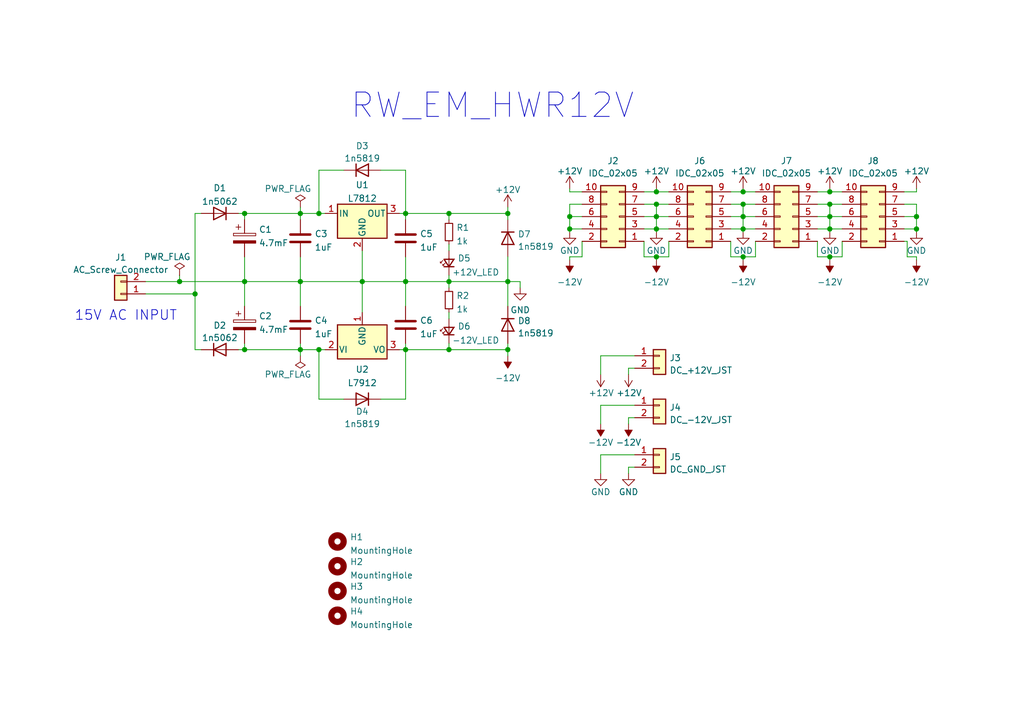
<source format=kicad_sch>
(kicad_sch (version 20211123) (generator eeschema)
  (paper "A5")
  (title_block (title "RW_EM_HWR12V") (date "2022-10-24") (rev "2022-10-24") (comment 1 "Licensed under CERN-OHL-S v2+") (comment 2 "https://github.com/sunfl0w/RW_EM"))
  (lib_symbols
    (symbol "Connector_Generic:Conn_01x02" (pin_names (offset 1.016) hide)
      (property "Reference" "J" (at 0 2.54 0))
      (property "Value" "Conn_01x02" (at 0 -5.08 0))
      (symbol "Conn_01x02_1_1"
        (rectangle (start -1.27 -2.413) (end 0 -2.667) (stroke (width 0.1524)))
        (rectangle (start -1.27 0.127) (end 0 -0.127) (stroke (width 0.1524)))
        (rectangle (start -1.27 1.27) (end 1.27 -3.81) (stroke (width 0.254)) (fill (type background)))
        (pin passive line (at -5.08 0 0) (length 3.81) (name "Pin_1") (number "1"))
        (pin passive line (at -5.08 -2.54 0) (length 3.81) (name "Pin_2") (number "2"))
      )
    )
    (symbol "Connector_Generic:Conn_02x05_Odd_Even" (pin_names (offset 1.016) hide)
      (property "Reference" "J" (at 1.27 7.62 0))
      (property "Value" "Conn_02x05_Odd_Even" (at 1.27 -7.62 0))
      (symbol "Conn_02x05_Odd_Even_1_1"
        (rectangle (start -1.27 -4.953) (end 0 -5.207) (stroke (width 0.1524)))
        (rectangle (start -1.27 -2.413) (end 0 -2.667) (stroke (width 0.1524)))
        (rectangle (start -1.27 0.127) (end 0 -0.127) (stroke (width 0.1524)))
        (rectangle (start -1.27 2.667) (end 0 2.413) (stroke (width 0.1524)))
        (rectangle (start -1.27 5.207) (end 0 4.953) (stroke (width 0.1524)))
        (rectangle (start -1.27 6.35) (end 3.81 -6.35) (stroke (width 0.254)) (fill (type background)))
        (rectangle (start 3.81 -4.953) (end 2.54 -5.207) (stroke (width 0.1524)))
        (rectangle (start 3.81 -2.413) (end 2.54 -2.667) (stroke (width 0.1524)))
        (rectangle (start 3.81 0.127) (end 2.54 -0.127) (stroke (width 0.1524)))
        (rectangle (start 3.81 2.667) (end 2.54 2.413) (stroke (width 0.1524)))
        (rectangle (start 3.81 5.207) (end 2.54 4.953) (stroke (width 0.1524)))
        (pin passive line (at -5.08 5.08 0) (length 3.81) (name "Pin_1") (number "1"))
        (pin passive line (at 7.62 -5.08 180) (length 3.81) (name "Pin_10") (number "10"))
        (pin passive line (at 7.62 5.08 180) (length 3.81) (name "Pin_2") (number "2"))
        (pin passive line (at -5.08 2.54 0) (length 3.81) (name "Pin_3") (number "3"))
        (pin passive line (at 7.62 2.54 180) (length 3.81) (name "Pin_4") (number "4"))
        (pin passive line (at -5.08 0 0) (length 3.81) (name "Pin_5") (number "5"))
        (pin passive line (at 7.62 0 180) (length 3.81) (name "Pin_6") (number "6"))
        (pin passive line (at -5.08 -2.54 0) (length 3.81) (name "Pin_7") (number "7"))
        (pin passive line (at 7.62 -2.54 180) (length 3.81) (name "Pin_8") (number "8"))
        (pin passive line (at -5.08 -5.08 0) (length 3.81) (name "Pin_9") (number "9"))
      )
    )
    (symbol "Device:C" (pin_numbers hide) (pin_names (offset 0.254))
      (property "Reference" "C" (at 0.635 2.54 0))
      (property "Value" "C" (at 0.635 -2.54 0))
      (symbol "C_0_1"
        (polyline (pts (xy -2.032 -0.762) (xy 2.032 -0.762)) (stroke (width 0.508)))
        (polyline (pts (xy -2.032 0.762) (xy 2.032 0.762)) (stroke (width 0.508)))
      )
      (symbol "C_1_1"
        (pin passive line (at 0 3.81 270) (length 2.794) (name "~") (number "1"))
        (pin passive line (at 0 -3.81 90) (length 2.794) (name "~") (number "2"))
      )
    )
    (symbol "Device:C_Polarized" (pin_numbers hide) (pin_names (offset 0.254))
      (property "Reference" "C" (at 0.635 2.54 0))
      (property "Value" "C_Polarized" (at 0.635 -2.54 0))
      (symbol "C_Polarized_0_1"
        (rectangle (start -2.286 0.508) (end 2.286 1.016))
        (polyline (pts (xy -1.778 2.286) (xy -0.762 2.286)))
        (polyline (pts (xy -1.27 2.794) (xy -1.27 1.778)))
        (rectangle (start 2.286 -0.508) (end -2.286 -1.016) (fill (type outline)))
      )
      (symbol "C_Polarized_1_1"
        (pin passive line (at 0 3.81 270) (length 2.794) (name "~") (number "1"))
        (pin passive line (at 0 -3.81 90) (length 2.794) (name "~") (number "2"))
      )
    )
    (symbol "Device:D" (pin_numbers hide) (pin_names (offset 1.016) hide)
      (property "Reference" "D" (at 0 2.54 0))
      (property "Value" "D" (at 0 -2.54 0))
      (symbol "D_0_1"
        (polyline (pts (xy -1.27 1.27) (xy -1.27 -1.27)) (stroke (width 0.254)))
        (polyline (pts (xy 1.27 0) (xy -1.27 0)))
        (polyline (pts (xy 1.27 1.27) (xy 1.27 -1.27) (xy -1.27 0) (xy 1.27 1.27)) (stroke (width 0.254)))
      )
      (symbol "D_1_1"
        (pin passive line (at -3.81 0 0) (length 2.54) (name "K") (number "1"))
        (pin passive line (at 3.81 0 180) (length 2.54) (name "A") (number "2"))
      )
    )
    (symbol "Device:LED_Small" (pin_numbers hide) (pin_names (offset 0.254) hide)
      (property "Reference" "D" (at -1.27 3.175 0))
      (property "Value" "LED_Small" (at -4.445 -2.54 0))
      (symbol "LED_Small_0_1"
        (polyline (pts (xy -0.762 -1.016) (xy -0.762 1.016)) (stroke (width 0.254)))
        (polyline (pts (xy 1.016 0) (xy -0.762 0)))
        (polyline (pts (xy 0.762 -1.016) (xy -0.762 0) (xy 0.762 1.016) (xy 0.762 -1.016)) (stroke (width 0.254)))
        (polyline (pts (xy 0 0.762) (xy -0.508 1.27) (xy -0.254 1.27) (xy -0.508 1.27) (xy -0.508 1.016)))
        (polyline (pts (xy 0.508 1.27) (xy 0 1.778) (xy 0.254 1.778) (xy 0 1.778) (xy 0 1.524)))
      )
      (symbol "LED_Small_1_1"
        (pin passive line (at -2.54 0 0) (length 1.778) (name "K") (number "1"))
        (pin passive line (at 2.54 0 180) (length 1.778) (name "A") (number "2"))
      )
    )
    (symbol "Device:R_Small" (pin_numbers hide) (pin_names (offset 0.254) hide)
      (property "Reference" "R" (at 0.762 0.508 0))
      (property "Value" "R_Small" (at 0.762 -1.016 0))
      (symbol "R_Small_0_1"
        (rectangle (start -0.762 1.778) (end 0.762 -1.778) (stroke (width 0.2032)))
      )
      (symbol "R_Small_1_1"
        (pin passive line (at 0 2.54 270) (length 0.762) (name "~") (number "1"))
        (pin passive line (at 0 -2.54 90) (length 0.762) (name "~") (number "2"))
      )
    )
    (symbol "Diode:1N4001" (pin_numbers hide) (pin_names (offset 1.016) hide)
      (property "Reference" "D" (at 0 2.54 0))
      (property "Value" "1N4001" (at 0 -2.54 0))
      (symbol "1N4001_0_1"
        (polyline (pts (xy -1.27 1.27) (xy -1.27 -1.27)) (stroke (width 0.254)))
        (polyline (pts (xy 1.27 0) (xy -1.27 0)))
        (polyline (pts (xy 1.27 1.27) (xy 1.27 -1.27) (xy -1.27 0) (xy 1.27 1.27)) (stroke (width 0.254)))
      )
      (symbol "1N4001_1_1"
        (pin passive line (at -3.81 0 0) (length 2.54) (name "K") (number "1"))
        (pin passive line (at 3.81 0 180) (length 2.54) (name "A") (number "2"))
      )
    )
    (symbol "Mechanical:MountingHole" (pin_names (offset 1.016))
      (property "Reference" "H" (at 0 5.08 0))
      (property "Value" "MountingHole" (at 0 3.175 0))
      (symbol "MountingHole_0_1"
        (circle (center 0 0) (radius 1.27) (stroke (width 1.27)))
      )
    )
    (symbol "Regulator_Linear:L7812" (pin_names (offset 0.254))
      (property "Reference" "U" (at -3.81 3.175 0))
      (property "Value" "L7812" (at 0 3.175 0))
      (symbol "L7812_0_1"
        (rectangle (start -5.08 1.905) (end 5.08 -5.08) (stroke (width 0.254)) (fill (type background)))
      )
      (symbol "L7812_1_1"
        (pin power_in line (at -7.62 0 0) (length 2.54) (name "IN") (number "1"))
        (pin power_in line (at 0 -7.62 90) (length 2.54) (name "GND") (number "2"))
        (pin power_out line (at 7.62 0 180) (length 2.54) (name "OUT") (number "3"))
      )
    )
    (symbol "Regulator_Linear:L7912" (pin_names (offset 0.254))
      (property "Reference" "U" (at -3.81 -3.175 0))
      (property "Value" "L7912" (at 0 -3.175 0))
      (symbol "L7912_0_1"
        (rectangle (start -5.08 5.08) (end 5.08 -1.905) (stroke (width 0.254)) (fill (type background)))
      )
      (symbol "L7912_1_1"
        (pin power_in line (at 0 7.62 270) (length 2.54) (name "GND") (number "1"))
        (pin power_in line (at -7.62 0 0) (length 2.54) (name "VI") (number "2"))
        (pin power_out line (at 7.62 0 180) (length 2.54) (name "VO") (number "3"))
      )
    )
    (symbol "power:+12V" (power) (pin_names (offset 0))
      (property "Value" "+12V" (at 0 3.556 0))
      (symbol "+12V_0_1"
        (polyline (pts (xy -0.762 1.27) (xy 0 2.54)))
        (polyline (pts (xy 0 0) (xy 0 2.54)))
        (polyline (pts (xy 0 2.54) (xy 0.762 1.27)))
      )
      (symbol "+12V_1_1"
        (pin power_in line (at 0 0 90) (length 0) hide (name "+12V") (number "1"))
      )
    )
    (symbol "power:-12V" (power) (pin_names (offset 0))
      (property "Value" "-12V" (at 0 3.81 0))
      (symbol "-12V_0_0"
        (pin power_in line (at 0 0 90) (length 0) hide (name "-12V") (number "1"))
      )
      (symbol "-12V_0_1"
        (polyline (pts (xy 0 0) (xy 0 1.27) (xy 0.762 1.27) (xy 0 2.54) (xy -0.762 1.27) (xy 0 1.27)) (fill (type outline)))
      )
    )
    (symbol "power:GND" (power) (pin_names (offset 0))
      (property "Value" "GND" (at 0 -3.81 0))
      (symbol "GND_0_1"
        (polyline (pts (xy 0 0) (xy 0 -1.27) (xy 1.27 -1.27) (xy 0 -2.54) (xy -1.27 -1.27) (xy 0 -1.27)))
      )
      (symbol "GND_1_1"
        (pin power_in line (at 0 0 270) (length 0) hide (name "GND") (number "1"))
      )
    )
    (symbol "power:PWR_FLAG" (power) (pin_numbers hide) (pin_names (offset 0) hide)
      (property "Value" "PWR_FLAG" (at 0 3.81 0))
      (symbol "PWR_FLAG_0_0"
        (pin power_out line (at 0 0 90) (length 0) (name "pwr") (number "1"))
      )
      (symbol "PWR_FLAG_0_1"
        (polyline (pts (xy 0 0) (xy 0 1.27) (xy -1.016 1.905) (xy 0 2.54) (xy 1.016 1.905) (xy 0 1.27)))
      )
    )
  )
  (junction (at 65.405 43.815))
  (junction (at 134.62 44.45))
  (junction (at 83.185 43.815))
  (junction (at 61.595 57.785))
  (junction (at 92.075 57.785))
  (junction (at 134.62 46.99))
  (junction (at 187.96 46.99))
  (junction (at 152.4 52.705))
  (junction (at 65.405 71.755))
  (junction (at 50.165 43.815))
  (junction (at 152.4 39.37))
  (junction (at 104.14 57.785))
  (junction (at 61.595 43.815))
  (junction (at 61.595 71.755))
  (junction (at 170.18 52.705))
  (junction (at 116.84 44.45))
  (junction (at 104.14 71.755))
  (junction (at 92.075 43.815))
  (junction (at 50.165 71.755))
  (junction (at 116.84 46.99))
  (junction (at 36.83 57.785))
  (junction (at 40.005 60.325))
  (junction (at 170.18 41.91))
  (junction (at 152.4 41.91))
  (junction (at 50.165 57.785))
  (junction (at 152.4 44.45))
  (junction (at 152.4 46.99))
  (junction (at 187.96 44.45))
  (junction (at 83.185 57.785))
  (junction (at 104.14 43.815))
  (junction (at 134.62 41.91))
  (junction (at 170.18 46.99))
  (junction (at 83.185 71.755))
  (junction (at 134.62 39.37))
  (junction (at 170.18 39.37))
  (junction (at 170.18 44.45))
  (junction (at 74.295 57.785))
  (junction (at 134.62 52.705))
  (junction (at 92.075 71.755))
  (wire (pts (xy 186.055 52.705) (xy 186.055 49.53)))
  (wire (pts (xy 128.905 95.885) (xy 128.905 97.155)))
  (wire (pts (xy 130.175 75.565) (xy 128.905 75.565)))
  (wire (pts (xy 132.08 46.99) (xy 134.62 46.99)))
  (wire (pts (xy 92.075 43.815) (xy 104.14 43.815)))
  (wire (pts (xy 128.905 85.725) (xy 128.905 86.995)))
  (wire (pts (xy 29.845 57.785) (xy 36.83 57.785)))
  (wire (pts (xy 132.08 52.705) (xy 134.62 52.705)))
  (wire (pts (xy 41.275 43.815) (xy 40.005 43.815)))
  (wire (pts (xy 65.405 71.755) (xy 66.675 71.755)))
  (wire (pts (xy 170.18 53.34) (xy 170.18 52.705)))
  (wire (pts (xy 92.075 45.085) (xy 92.075 43.815)))
  (wire (pts (xy 92.075 71.755) (xy 83.185 71.755)))
  (wire (pts (xy 170.18 46.99) (xy 170.18 44.45)))
  (wire (pts (xy 61.595 42.545) (xy 61.595 43.815)))
  (wire (pts (xy 74.295 57.785) (xy 61.595 57.785)))
  (wire (pts (xy 170.18 38.735) (xy 170.18 39.37)))
  (wire (pts (xy 170.18 47.625) (xy 170.18 46.99)))
  (wire (pts (xy 119.38 49.53) (xy 119.38 52.705)))
  (wire (pts (xy 167.64 49.53) (xy 167.64 52.705)))
  (wire (pts (xy 170.18 46.99) (xy 172.72 46.99)))
  (wire (pts (xy 61.595 57.785) (xy 61.595 62.865)))
  (wire (pts (xy 65.405 43.815) (xy 66.675 43.815)))
  (wire (pts (xy 128.905 75.565) (xy 128.905 76.835)))
  (wire (pts (xy 40.005 43.815) (xy 40.005 60.325)))
  (wire (pts (xy 149.86 46.99) (xy 152.4 46.99)))
  (wire (pts (xy 185.42 46.99) (xy 187.96 46.99)))
  (wire (pts (xy 167.64 44.45) (xy 170.18 44.45)))
  (wire (pts (xy 132.08 49.53) (xy 132.08 52.705)))
  (wire (pts (xy 61.595 43.815) (xy 65.405 43.815)))
  (wire (pts (xy 116.84 41.91) (xy 116.84 44.45)))
  (wire (pts (xy 74.295 57.785) (xy 74.295 64.135)))
  (wire (pts (xy 83.185 43.815) (xy 92.075 43.815)))
  (wire (pts (xy 116.84 46.99) (xy 116.84 47.625)))
  (wire (pts (xy 92.075 57.785) (xy 92.075 59.055)))
  (wire (pts (xy 48.895 71.755) (xy 50.165 71.755)))
  (wire (pts (xy 152.4 46.99) (xy 154.94 46.99)))
  (wire (pts (xy 149.86 44.45) (xy 152.4 44.45)))
  (wire (pts (xy 92.075 50.165) (xy 92.075 51.435)))
  (wire (pts (xy 134.62 41.91) (xy 137.16 41.91)))
  (wire (pts (xy 92.075 70.485) (xy 92.075 71.755)))
  (wire (pts (xy 78.105 34.925) (xy 83.185 34.925)))
  (wire (pts (xy 123.19 93.345) (xy 123.19 97.155)))
  (wire (pts (xy 134.62 44.45) (xy 137.16 44.45)))
  (wire (pts (xy 92.075 57.785) (xy 104.14 57.785)))
  (wire (pts (xy 134.62 52.705) (xy 134.62 53.34)))
  (wire (pts (xy 116.84 44.45) (xy 116.84 46.99)))
  (wire (pts (xy 186.055 49.53) (xy 185.42 49.53)))
  (wire (pts (xy 130.175 93.345) (xy 123.19 93.345)))
  (wire (pts (xy 65.405 81.915) (xy 65.405 71.755)))
  (wire (pts (xy 61.595 43.815) (xy 61.595 45.085)))
  (wire (pts (xy 104.14 62.865) (xy 104.14 57.785)))
  (wire (pts (xy 83.185 57.785) (xy 83.185 62.865)))
  (wire (pts (xy 106.68 57.785) (xy 106.68 59.055)))
  (wire (pts (xy 170.18 39.37) (xy 167.64 39.37)))
  (wire (pts (xy 134.62 44.45) (xy 134.62 41.91)))
  (wire (pts (xy 187.96 44.45) (xy 185.42 44.45)))
  (wire (pts (xy 36.83 57.785) (xy 50.165 57.785)))
  (wire (pts (xy 152.4 52.705) (xy 154.94 52.705)))
  (wire (pts (xy 187.96 52.705) (xy 186.055 52.705)))
  (wire (pts (xy 92.075 56.515) (xy 92.075 57.785)))
  (wire (pts (xy 170.18 46.99) (xy 167.64 46.99)))
  (wire (pts (xy 134.62 47.625) (xy 134.62 46.99)))
  (wire (pts (xy 61.595 71.755) (xy 61.595 73.025)))
  (wire (pts (xy 187.96 39.37) (xy 187.96 38.735)))
  (wire (pts (xy 61.595 52.705) (xy 61.595 57.785)))
  (wire (pts (xy 104.14 43.815) (xy 104.14 42.545)))
  (wire (pts (xy 116.84 53.34) (xy 116.84 52.705)))
  (wire (pts (xy 83.185 52.705) (xy 83.185 57.785)))
  (wire (pts (xy 132.08 44.45) (xy 134.62 44.45)))
  (wire (pts (xy 134.62 39.37) (xy 134.62 38.735)))
  (wire (pts (xy 137.16 52.705) (xy 137.16 49.53)))
  (wire (pts (xy 185.42 39.37) (xy 187.96 39.37)))
  (wire (pts (xy 187.96 44.45) (xy 187.96 46.99)))
  (wire (pts (xy 134.62 46.99) (xy 134.62 44.45)))
  (wire (pts (xy 83.185 71.755) (xy 83.185 81.915)))
  (wire (pts (xy 104.14 71.755) (xy 104.14 70.485)))
  (wire (pts (xy 83.185 43.815) (xy 83.185 45.085)))
  (wire (pts (xy 154.94 39.37) (xy 152.4 39.37)))
  (wire (pts (xy 116.84 52.705) (xy 119.38 52.705)))
  (wire (pts (xy 65.405 34.925) (xy 65.405 43.815)))
  (wire (pts (xy 36.83 56.515) (xy 36.83 57.785)))
  (wire (pts (xy 152.4 41.91) (xy 154.94 41.91)))
  (wire (pts (xy 130.175 83.185) (xy 123.19 83.185)))
  (wire (pts (xy 92.075 64.135) (xy 92.075 65.405)))
  (wire (pts (xy 92.075 71.755) (xy 104.14 71.755)))
  (wire (pts (xy 132.08 39.37) (xy 134.62 39.37)))
  (wire (pts (xy 167.64 41.91) (xy 170.18 41.91)))
  (wire (pts (xy 78.105 81.915) (xy 83.185 81.915)))
  (wire (pts (xy 134.62 46.99) (xy 137.16 46.99)))
  (wire (pts (xy 119.38 41.91) (xy 116.84 41.91)))
  (wire (pts (xy 116.84 38.735) (xy 116.84 39.37)))
  (wire (pts (xy 130.175 85.725) (xy 128.905 85.725)))
  (wire (pts (xy 50.165 43.815) (xy 50.165 45.085)))
  (wire (pts (xy 83.185 43.815) (xy 83.185 34.925)))
  (wire (pts (xy 70.485 34.925) (xy 65.405 34.925)))
  (wire (pts (xy 172.72 41.91) (xy 170.18 41.91)))
  (wire (pts (xy 170.18 44.45) (xy 172.72 44.45)))
  (wire (pts (xy 104.14 57.785) (xy 106.68 57.785)))
  (wire (pts (xy 40.005 71.755) (xy 41.275 71.755)))
  (wire (pts (xy 152.4 46.99) (xy 152.4 47.625)))
  (wire (pts (xy 70.485 81.915) (xy 65.405 81.915)))
  (wire (pts (xy 149.86 52.705) (xy 152.4 52.705)))
  (wire (pts (xy 172.72 52.705) (xy 172.72 49.53)))
  (wire (pts (xy 187.96 46.99) (xy 187.96 47.625)))
  (wire (pts (xy 83.185 57.785) (xy 74.295 57.785)))
  (wire (pts (xy 81.915 43.815) (xy 83.185 43.815)))
  (wire (pts (xy 92.075 57.785) (xy 83.185 57.785)))
  (wire (pts (xy 50.165 57.785) (xy 50.165 62.865)))
  (wire (pts (xy 152.4 41.91) (xy 152.4 44.45)))
  (wire (pts (xy 50.165 43.815) (xy 61.595 43.815)))
  (wire (pts (xy 40.005 60.325) (xy 40.005 71.755)))
  (wire (pts (xy 61.595 71.755) (xy 50.165 71.755)))
  (wire (pts (xy 154.94 52.705) (xy 154.94 49.53)))
  (wire (pts (xy 170.18 41.91) (xy 170.18 44.45)))
  (wire (pts (xy 50.165 52.705) (xy 50.165 57.785)))
  (wire (pts (xy 152.4 39.37) (xy 152.4 38.735)))
  (wire (pts (xy 104.14 52.705) (xy 104.14 57.785)))
  (wire (pts (xy 149.86 49.53) (xy 149.86 52.705)))
  (wire (pts (xy 134.62 52.705) (xy 137.16 52.705)))
  (wire (pts (xy 187.96 53.34) (xy 187.96 52.705)))
  (wire (pts (xy 61.595 71.755) (xy 61.595 70.485)))
  (wire (pts (xy 116.84 44.45) (xy 119.38 44.45)))
  (wire (pts (xy 170.18 39.37) (xy 172.72 39.37)))
  (wire (pts (xy 187.96 44.45) (xy 187.96 41.91)))
  (wire (pts (xy 152.4 53.34) (xy 152.4 52.705)))
  (wire (pts (xy 104.14 45.085) (xy 104.14 43.815)))
  (wire (pts (xy 187.96 41.91) (xy 185.42 41.91)))
  (wire (pts (xy 61.595 57.785) (xy 50.165 57.785)))
  (wire (pts (xy 50.165 70.485) (xy 50.165 71.755)))
  (wire (pts (xy 123.19 83.185) (xy 123.19 86.995)))
  (wire (pts (xy 134.62 39.37) (xy 137.16 39.37)))
  (wire (pts (xy 65.405 71.755) (xy 61.595 71.755)))
  (wire (pts (xy 116.84 46.99) (xy 119.38 46.99)))
  (wire (pts (xy 74.295 51.435) (xy 74.295 57.785)))
  (wire (pts (xy 29.845 60.325) (xy 40.005 60.325)))
  (wire (pts (xy 104.14 71.755) (xy 104.14 73.025)))
  (wire (pts (xy 116.84 39.37) (xy 119.38 39.37)))
  (wire (pts (xy 149.86 41.91) (xy 152.4 41.91)))
  (wire (pts (xy 130.175 73.025) (xy 123.19 73.025)))
  (wire (pts (xy 48.895 43.815) (xy 50.165 43.815)))
  (wire (pts (xy 170.18 52.705) (xy 172.72 52.705)))
  (wire (pts (xy 132.08 41.91) (xy 134.62 41.91)))
  (wire (pts (xy 152.4 44.45) (xy 152.4 46.99)))
  (wire (pts (xy 81.915 71.755) (xy 83.185 71.755)))
  (wire (pts (xy 83.185 70.485) (xy 83.185 71.755)))
  (wire (pts (xy 130.175 95.885) (xy 128.905 95.885)))
  (wire (pts (xy 152.4 44.45) (xy 154.94 44.45)))
  (wire (pts (xy 167.64 52.705) (xy 170.18 52.705)))
  (wire (pts (xy 123.19 73.025) (xy 123.19 76.835)))
  (wire (pts (xy 149.86 39.37) (xy 152.4 39.37)))
  (text "15V AC INPUT" (at 15.24 66.04 0) (effects (font (size 2 2)) (justify left bottom)))
  (text "RW_EM_HWR12V" (at 71.755 24.765 0) (effects (font (size 5 5)) (justify left bottom)))
  (symbol (lib_id "power:+12V") (at 104.14 42.545 0) (unit 1)
    (property "Reference" "#PWR01" (effects hide))
    (property "Value" "+12V" (at 104.14 38.9405 0))
  )
  (symbol (lib_id "Mechanical:MountingHole") (at 69.215 116.205 0) (unit 1)
    (property "Reference" "H2" (at 71.755 115.2965 0) (effects (justify left)))
    (property "Value" "MountingHole" (at 71.755 118.0716 0) (effects (justify left)))
    (property "Footprint" "MountingHole:MountingHole_3.2mm_M3" (effects hide))
  )
  (symbol (lib_id "Device:C") (at 83.185 66.675 0) (unit 1)
    (property "Reference" "C6" (at 86.106 65.7665 0) (effects (justify left)))
    (property "Value" "1uF" (at 86.106 68.5416 0) (effects (justify left)))
    (property "Footprint" "Capacitor_THT:C_Disc_D4.7mm_W2.5mm_P5.00mm" (effects hide))
  )
  (symbol (lib_id "power:+12V") (at 152.4 38.735 0) (unit 1)
    (property "Reference" "#PWR014" (effects hide))
    (property "Value" "+12V" (at 152.4 35.1305 0))
  )
  (symbol (lib_id "power:+12V") (at 116.84 38.735 0) (unit 1)
    (property "Reference" "#PWR04" (effects hide))
    (property "Value" "+12V" (at 116.84 35.1305 0))
  )
  (symbol (lib_id "Device:D") (at 104.14 66.675 270) (unit 1)
    (property "Reference" "D8" (at 106.172 65.8403 90) (effects (justify left)))
    (property "Value" "1n5819" (at 106.172 68.3772 90) (effects (justify left)))
    (property "Footprint" "Diode_THT:D_DO-41_SOD81_P10.16mm_Horizontal" (effects hide))
  )
  (symbol (lib_id "Device:D") (at 104.14 48.895 270) (unit 1)
    (property "Reference" "D7" (at 106.172 48.0603 90) (effects (justify left)))
    (property "Value" "1n5819" (at 106.172 50.5972 90) (effects (justify left)))
    (property "Footprint" "Diode_THT:D_DO-41_SOD81_P10.16mm_Horizontal" (effects hide))
  )
  (symbol (lib_id "Device:LED_Small") (at 92.075 53.975 90) (unit 1)
    (property "Reference" "D5" (at 93.853 53.003 90) (effects (justify right)))
    (property "Value" "+12V_LED" (at 92.71 55.88 90) (effects (justify right)))
    (property "Footprint" "LED_THT:LED_D5.0mm" (effects hide))
  )
  (symbol (lib_id "power:GND") (at 123.19 97.155 0) (unit 1)
    (property "Reference" "#PWR09" (effects hide))
    (property "Value" "GND" (at 123.19 100.965 0))
  )
  (symbol (lib_id "Connector_Generic:Conn_01x02") (at 135.255 93.345 0) (unit 1)
    (property "Reference" "J5" (at 137.287 93.7803 0) (effects (justify left)))
    (property "Value" "DC_GND_JST" (at 137.287 96.3172 0) (effects (justify left)))
    (property "Footprint" "Connector_JST:JST_XH_B2B-XH-A_1x02_P2.50mm_Vertical" (effects hide))
  )
  (symbol (lib_id "power:PWR_FLAG") (at 36.83 56.515 0) (unit 1)
    (property "Reference" "#FLG01" (effects hide))
    (property "Value" "PWR_FLAG" (at 34.29 52.705 0))
  )
  (symbol (lib_id "power:-12V") (at 134.62 53.34 180) (unit 1)
    (property "Reference" "#PWR013" (effects hide))
    (property "Value" "-12V" (at 134.62 57.9025 0))
  )
  (symbol (lib_id "Device:C") (at 83.185 48.895 0) (unit 1)
    (property "Reference" "C5" (at 86.106 47.9865 0) (effects (justify left)))
    (property "Value" "1uF" (at 86.106 50.7616 0) (effects (justify left)))
    (property "Footprint" "Capacitor_THT:C_Disc_D4.7mm_W2.5mm_P5.00mm" (effects hide))
  )
  (symbol (lib_id "power:GND") (at 116.84 47.625 0) (unit 1)
    (property "Reference" "#PWR05" (effects hide))
    (property "Value" "GND" (at 116.84 51.435 0))
  )
  (symbol (lib_id "Mechanical:MountingHole") (at 69.215 121.285 0) (unit 1)
    (property "Reference" "H3" (at 71.755 120.3765 0) (effects (justify left)))
    (property "Value" "MountingHole" (at 71.755 123.1516 0) (effects (justify left)))
    (property "Footprint" "MountingHole:MountingHole_3.2mm_M3" (effects hide))
  )
  (symbol (lib_id "power:-12V") (at 104.14 73.025 180) (unit 1)
    (property "Reference" "#PWR02" (effects hide))
    (property "Value" "-12V" (at 104.14 77.5875 0))
  )
  (symbol (lib_id "power:+12V") (at 187.96 38.735 0) (unit 1)
    (property "Reference" "#PWR023" (effects hide))
    (property "Value" "+12V" (at 187.96 35.1305 0))
  )
  (symbol (lib_id "power:GND") (at 134.62 47.625 0) (unit 1)
    (property "Reference" "#PWR012" (effects hide))
    (property "Value" "GND" (at 134.62 51.435 0))
  )
  (symbol (lib_id "power:-12V") (at 152.4 53.34 180) (unit 1)
    (property "Reference" "#PWR016" (effects hide))
    (property "Value" "-12V" (at 152.4 57.9025 0))
  )
  (symbol (lib_id "Device:C") (at 61.595 66.675 0) (unit 1)
    (property "Reference" "C4" (at 64.516 65.7665 0) (effects (justify left)))
    (property "Value" "1uF" (at 64.516 68.5416 0) (effects (justify left)))
    (property "Footprint" "Capacitor_THT:C_Disc_D4.7mm_W2.5mm_P5.00mm" (effects hide))
  )
  (symbol (lib_id "Connector_Generic:Conn_02x05_Odd_Even") (at 162.56 44.45 180) (unit 1)
    (property "Reference" "J7" (at 161.29 33.02 0))
    (property "Value" "IDC_02x05" (at 161.29 35.56 0))
    (property "Footprint" "Connector_IDC:IDC-Header_2x05_P2.54mm_Vertical" (effects hide))
  )
  (symbol (lib_id "Device:D") (at 74.295 81.915 180) (unit 1)
    (property "Reference" "D4" (at 74.295 84.455 0))
    (property "Value" "1n5819" (at 74.295 86.995 0))
    (property "Footprint" "Diode_THT:D_DO-41_SOD81_P10.16mm_Horizontal" (effects hide))
  )
  (symbol (lib_id "power:-12V") (at 170.18 53.34 180) (unit 1)
    (property "Reference" "#PWR022" (effects hide))
    (property "Value" "-12V" (at 170.18 57.9025 0))
  )
  (symbol (lib_id "Connector_Generic:Conn_01x02") (at 24.765 60.325 180) (unit 1)
    (property "Reference" "J1" (at 24.765 52.8152 0))
    (property "Value" "AC_Screw_Connector" (at 24.765 55.3521 0))
    (property "Footprint" "TerminalBlock_MetzConnect:TerminalBlock_MetzConnect_Type101_RT01602HBWC_1x02_P5.08mm_Horizontal" (effects hide))
  )
  (symbol (lib_id "Mechanical:MountingHole") (at 69.215 111.125 0) (unit 1)
    (property "Reference" "H1" (at 71.755 110.2165 0) (effects (justify left)))
    (property "Value" "MountingHole" (at 71.755 112.9916 0) (effects (justify left)))
    (property "Footprint" "MountingHole:MountingHole_3.2mm_M3" (effects hide))
  )
  (symbol (lib_id "Regulator_Linear:L7912") (at 74.295 71.755 0) (unit 1)
    (property "Reference" "U2" (at 74.295 75.8095 0))
    (property "Value" "L7912" (at 74.295 78.5846 0))
    (property "Footprint" "Package_TO_SOT_THT:TO-220-3_Vertical" (effects hide))
    (property "Datasheet" "http://www.st.com/content/ccc/resource/technical/document/datasheet/c9/16/86/41/c7/2b/45/f2/CD00000450.pdf/files/CD00000450.pdf/jcr:content/translations/en.CD00000450.pdf" (effects hide))
  )
  (symbol (lib_id "Device:C") (at 61.595 48.895 0) (unit 1)
    (property "Reference" "C3" (at 64.516 47.9865 0) (effects (justify left)))
    (property "Value" "1uF" (at 64.516 50.7616 0) (effects (justify left)))
    (property "Footprint" "Capacitor_THT:C_Disc_D4.7mm_W2.5mm_P5.00mm" (effects hide))
  )
  (symbol (lib_id "Connector_Generic:Conn_02x05_Odd_Even") (at 127 44.45 180) (unit 1)
    (property "Reference" "J2" (at 125.73 33.02 0))
    (property "Value" "IDC_02x05" (at 125.73 35.56 0))
    (property "Footprint" "Connector_IDC:IDC-Header_2x05_P2.54mm_Vertical" (effects hide))
  )
  (symbol (lib_id "Diode:1N4001") (at 45.085 43.815 180) (unit 1)
    (property "Reference" "D1" (at 45.085 38.5785 0))
    (property "Value" "1n5062" (at 45.085 41.3536 0))
    (property "Footprint" "Diode_THT:D_DO-15_P10.16mm_Horizontal" (effects hide))
  )
  (symbol (lib_id "Device:C_Polarized") (at 50.165 66.675 0) (unit 1)
    (property "Reference" "C2" (at 53.086 64.8775 0) (effects (justify left)))
    (property "Value" "4.7mF" (at 53.086 67.6526 0) (effects (justify left)))
    (property "Footprint" "Capacitor_THT:CP_Radial_D18.0mm_P7.50mm" (effects hide))
  )
  (symbol (lib_id "Device:LED_Small") (at 92.075 67.945 90) (unit 1)
    (property "Reference" "D6" (at 93.853 66.973 90) (effects (justify right)))
    (property "Value" "-12V_LED" (at 92.71 69.85 90) (effects (justify right)))
    (property "Footprint" "LED_THT:LED_D5.0mm" (effects hide))
  )
  (symbol (lib_id "power:PWR_FLAG") (at 61.595 73.025 180) (unit 1)
    (property "Reference" "#FLG03" (effects hide))
    (property "Value" "PWR_FLAG" (at 59.055 76.835 0))
  )
  (symbol (lib_id "power:GND") (at 187.96 47.625 0) (unit 1)
    (property "Reference" "#PWR024" (effects hide))
    (property "Value" "GND" (at 187.96 51.435 0))
  )
  (symbol (lib_id "power:GND") (at 170.18 47.625 0) (unit 1)
    (property "Reference" "#PWR021" (effects hide))
    (property "Value" "GND" (at 170.18 51.435 0))
  )
  (symbol (lib_id "power:-12V") (at 116.84 53.34 180) (unit 1)
    (property "Reference" "#PWR06" (effects hide))
    (property "Value" "-12V" (at 116.84 57.9025 0))
  )
  (symbol (lib_id "Connector_Generic:Conn_02x05_Odd_Even") (at 144.78 44.45 180) (unit 1)
    (property "Reference" "J6" (at 143.51 33.02 0))
    (property "Value" "IDC_02x05" (at 143.51 35.56 0))
    (property "Footprint" "Connector_IDC:IDC-Header_2x05_P2.54mm_Vertical" (effects hide))
  )
  (symbol (lib_id "Mechanical:MountingHole") (at 69.215 126.365 0) (unit 1)
    (property "Reference" "H4" (at 71.755 125.4565 0) (effects (justify left)))
    (property "Value" "MountingHole" (at 71.755 128.2316 0) (effects (justify left)))
    (property "Footprint" "MountingHole:MountingHole_3.2mm_M3" (effects hide))
  )
  (symbol (lib_id "power:GND") (at 128.905 97.155 0) (unit 1)
    (property "Reference" "#PWR018" (effects hide))
    (property "Value" "GND" (at 128.905 100.965 0))
  )
  (symbol (lib_id "power:+12V") (at 123.19 76.835 180) (unit 1)
    (property "Reference" "#PWR07" (effects hide))
    (property "Value" "+12V" (at 120.65 80.645 0) (effects (justify right)))
  )
  (symbol (lib_id "power:-12V") (at 123.19 86.995 180) (unit 1)
    (property "Reference" "#PWR08" (effects hide))
    (property "Value" "-12V" (at 123.19 90.805 0))
  )
  (symbol (lib_id "power:-12V") (at 187.96 53.34 180) (unit 1)
    (property "Reference" "#PWR025" (effects hide))
    (property "Value" "-12V" (at 187.96 57.9025 0))
  )
  (symbol (lib_id "power:GND") (at 106.68 59.055 0) (unit 1)
    (property "Reference" "#PWR03" (effects hide))
    (property "Value" "GND" (at 106.68 63.6175 0))
  )
  (symbol (lib_id "power:+12V") (at 134.62 38.735 0) (unit 1)
    (property "Reference" "#PWR011" (effects hide))
    (property "Value" "+12V" (at 134.62 35.1305 0))
  )
  (symbol (lib_id "power:GND") (at 152.4 47.625 0) (unit 1)
    (property "Reference" "#PWR015" (effects hide))
    (property "Value" "GND" (at 152.4 51.435 0))
  )
  (symbol (lib_id "power:+12V") (at 128.905 76.835 180) (unit 1)
    (property "Reference" "#PWR010" (effects hide))
    (property "Value" "+12V" (at 126.365 80.645 0) (effects (justify right)))
  )
  (symbol (lib_id "Device:D") (at 74.295 34.925 0) (unit 1)
    (property "Reference" "D3" (at 74.295 29.9552 0))
    (property "Value" "1n5819" (at 74.295 32.4921 0))
    (property "Footprint" "Diode_THT:D_DO-41_SOD81_P10.16mm_Horizontal" (effects hide))
  )
  (symbol (lib_id "power:PWR_FLAG") (at 61.595 42.545 0) (unit 1)
    (property "Reference" "#FLG02" (effects hide))
    (property "Value" "PWR_FLAG" (at 59.055 38.735 0))
  )
  (symbol (lib_id "Regulator_Linear:L7812") (at 74.295 43.815 0) (unit 1)
    (property "Reference" "U1" (at 74.295 37.9435 0))
    (property "Value" "L7812" (at 74.295 40.7186 0))
    (property "Footprint" "Package_TO_SOT_THT:TO-220-3_Vertical" (effects hide))
    (property "Datasheet" "http://www.st.com/content/ccc/resource/technical/document/datasheet/41/4f/b3/b0/12/d4/47/88/CD00000444.pdf/files/CD00000444.pdf/jcr:content/translations/en.CD00000444.pdf" (effects hide))
  )
  (symbol (lib_id "Diode:1N4001") (at 45.085 71.755 0) (unit 1)
    (property "Reference" "D2" (at 45.085 66.7852 0))
    (property "Value" "1n5062" (at 45.085 69.3221 0))
    (property "Footprint" "Diode_THT:D_DO-15_P10.16mm_Horizontal" (effects hide))
  )
  (symbol (lib_id "Device:R_Small") (at 92.075 47.625 0) (unit 1)
    (property "Reference" "R1" (at 93.5736 46.7165 0) (effects (justify left)))
    (property "Value" "1k" (at 93.5736 49.4916 0) (effects (justify left)))
    (property "Footprint" "Resistor_THT:R_Axial_DIN0207_L6.3mm_D2.5mm_P10.16mm_Horizontal" (effects hide))
  )
  (symbol (lib_id "Device:C_Polarized") (at 50.165 48.895 0) (unit 1)
    (property "Reference" "C1" (at 53.086 47.0975 0) (effects (justify left)))
    (property "Value" "4.7mF" (at 53.086 49.8726 0) (effects (justify left)))
    (property "Footprint" "Capacitor_THT:CP_Radial_D18.0mm_P7.50mm" (effects hide))
  )
  (symbol (lib_id "Connector_Generic:Conn_01x02") (at 135.255 73.025 0) (unit 1)
    (property "Reference" "J3" (at 137.287 73.4603 0) (effects (justify left)))
    (property "Value" "DC_+12V_JST" (at 137.287 75.9972 0) (effects (justify left)))
    (property "Footprint" "Connector_JST:JST_XH_B2B-XH-A_1x02_P2.50mm_Vertical" (effects hide))
  )
  (symbol (lib_id "power:-12V") (at 128.905 86.995 180) (unit 1)
    (property "Reference" "#PWR017" (effects hide))
    (property "Value" "-12V" (at 128.905 90.805 0))
  )
  (symbol (lib_id "Connector_Generic:Conn_02x05_Odd_Even") (at 180.34 44.45 180) (unit 1)
    (property "Reference" "J8" (at 179.07 33.02 0))
    (property "Value" "IDC_02x05" (at 179.07 35.56 0))
    (property "Footprint" "Connector_IDC:IDC-Header_2x05_P2.54mm_Vertical" (effects hide))
  )
  (symbol (lib_id "Device:R_Small") (at 92.075 61.595 0) (unit 1)
    (property "Reference" "R2" (at 93.5736 60.6865 0) (effects (justify left)))
    (property "Value" "1k" (at 93.5736 63.4616 0) (effects (justify left)))
    (property "Footprint" "Resistor_THT:R_Axial_DIN0207_L6.3mm_D2.5mm_P10.16mm_Horizontal" (effects hide))
  )
  (symbol (lib_id "power:+12V") (at 170.18 38.735 0) (unit 1)
    (property "Reference" "#PWR020" (effects hide))
    (property "Value" "+12V" (at 170.18 35.1305 0))
  )
  (symbol (lib_id "Connector_Generic:Conn_01x02") (at 135.255 83.185 0) (unit 1)
    (property "Reference" "J4" (at 137.287 83.6203 0) (effects (justify left)))
    (property "Value" "DC_-12V_JST" (at 137.287 86.1572 0) (effects (justify left)))
    (property "Footprint" "Connector_JST:JST_XH_B2B-XH-A_1x02_P2.50mm_Vertical" (effects hide))
  )
)
</source>
